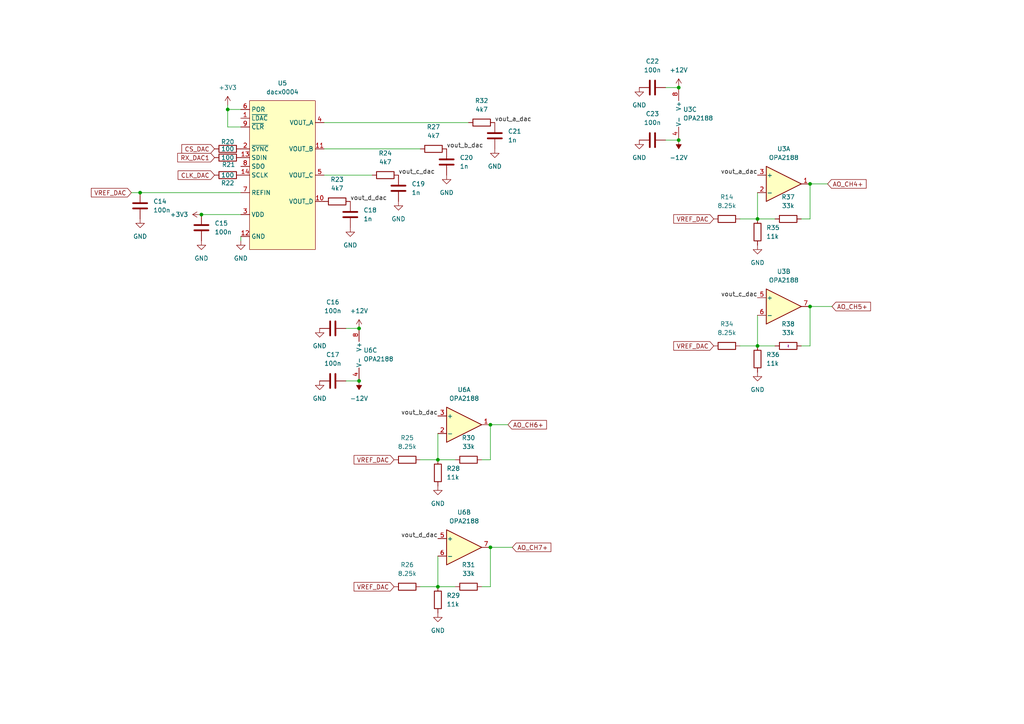
<source format=kicad_sch>
(kicad_sch (version 20231120) (generator "eeschema") (generator_version "8.0")
  (paper "A4")
  (lib_symbols
    (symbol "Amplifier_Operational:OPA2156xD" (pin_names (offset 0.127))
      (property "Reference" "U" (at 2.54 6.35 0))
      (property "Value" "OPA2156xD" (at 2.54 3.81 0))
      (symbol "OPA2156xD_1_1"
        (polyline (pts (xy 5.08 0) (xy -5.08 5.08) (xy -5.08 -5.08) (xy 5.08 0)) (stroke (width 0.254)) (fill (type background)))
        (pin output line (at 7.62 0 180) (length 2.54) (name "~") (number "1"))
        (pin input line (at -7.62 -2.54 0) (length 2.54) (name "-") (number "2"))
        (pin input line (at -7.62 2.54 0) (length 2.54) (name "+") (number "3"))
      )
      (symbol "OPA2156xD_2_1"
        (polyline (pts (xy 5.08 0) (xy -5.08 5.08) (xy -5.08 -5.08) (xy 5.08 0)) (stroke (width 0.254)) (fill (type background)))
        (pin input line (at -7.62 2.54 0) (length 2.54) (name "+") (number "5"))
        (pin input line (at -7.62 -2.54 0) (length 2.54) (name "-") (number "6"))
        (pin output line (at 7.62 0 180) (length 2.54) (name "~") (number "7"))
      )
      (symbol "OPA2156xD_3_1"
        (pin power_in line (at 0 -7.62 90) (length 3.81) (name "V-") (number "4"))
        (pin power_in line (at 0 7.62 270) (length 3.81) (name "V+") (number "8"))
      )
    )
    (symbol "Device:C" (pin_numbers hide) (pin_names (offset 0.254))
      (property "Reference" "C" (at 0.635 2.54 0))
      (property "Value" "C" (at 0.635 -2.54 0))
      (symbol "C_0_1"
        (polyline (pts (xy -2.032 -0.762) (xy 2.032 -0.762)) (stroke (width 0.508)))
        (polyline (pts (xy -2.032 0.762) (xy 2.032 0.762)) (stroke (width 0.508)))
      )
      (symbol "C_1_1"
        (pin passive line (at 0 3.81 270) (length 2.794) (name "~") (number "1"))
        (pin passive line (at 0 -3.81 90) (length 2.794) (name "~") (number "2"))
      )
    )
    (symbol "Device:R" (pin_numbers hide) (pin_names (offset 0))
      (property "Reference" "R" (at 2.032 0 90))
      (property "Value" "R" (at 0 0 90))
      (symbol "R_0_1"
        (rectangle (start -1.016 -2.54) (end 1.016 2.54) (stroke (width 0.254)))
      )
      (symbol "R_1_1"
        (pin passive line (at 0 3.81 270) (length 1.27) (name "~") (number "1"))
        (pin passive line (at 0 -3.81 90) (length 1.27) (name "~") (number "2"))
      )
    )
    (symbol "power:+12V" (power) (pin_names (offset 0))
      (property "Value" "+12V" (at 0 3.556 0))
      (symbol "+12V_0_1"
        (polyline (pts (xy -0.762 1.27) (xy 0 2.54)))
        (polyline (pts (xy 0 0) (xy 0 2.54)))
        (polyline (pts (xy 0 2.54) (xy 0.762 1.27)))
      )
      (symbol "+12V_1_1"
        (pin power_in line (at 0 0 90) (length 0) hide (name "+12V") (number "1"))
      )
    )
    (symbol "power:+3V3" (power) (pin_names (offset 0))
      (property "Value" "+3V3" (at 0 3.556 0))
      (symbol "+3V3_0_1"
        (polyline (pts (xy -0.762 1.27) (xy 0 2.54)))
        (polyline (pts (xy 0 0) (xy 0 2.54)))
        (polyline (pts (xy 0 2.54) (xy 0.762 1.27)))
      )
      (symbol "+3V3_1_1"
        (pin power_in line (at 0 0 90) (length 0) hide (name "+3V3") (number "1"))
      )
    )
    (symbol "power:-12V" (power) (pin_names (offset 0))
      (property "Value" "-12V" (at 0 3.81 0))
      (symbol "-12V_0_0"
        (pin power_in line (at 0 0 90) (length 0) hide (name "-12V") (number "1"))
      )
      (symbol "-12V_0_1"
        (polyline (pts (xy 0 0) (xy 0 1.27) (xy 0.762 1.27) (xy 0 2.54) (xy -0.762 1.27) (xy 0 1.27)) (fill (type outline)))
      )
    )
    (symbol "power:GND" (power) (pin_names (offset 0))
      (property "Value" "GND" (at 0 -3.81 0))
      (symbol "GND_0_1"
        (polyline (pts (xy 0 0) (xy 0 -1.27) (xy 1.27 -1.27) (xy 0 -2.54) (xy -1.27 -1.27) (xy 0 -1.27)))
      )
      (symbol "GND_1_1"
        (pin power_in line (at 0 0 270) (length 0) hide (name "GND") (number "1"))
      )
    )
    (symbol "user_dac:dacx0004"
      (property "Reference" "U" (at -6.35 43.18 0))
      (property "Value" "dacx0004" (at -3.81 -2.54 0))
      (symbol "dacx0004_0_0"
        (pin output line (at 13.97 12.7 180) (length 2.54) (name "VOUT_D") (number "10"))
        (pin output line (at 13.97 27.94 180) (length 2.54) (name "VOUT_B") (number "11"))
        (pin input line (at -10.16 2.54 0) (length 2.54) (name "GND") (number "12"))
        (pin input line (at -10.16 25.4 0) (length 2.54) (name "SDIN") (number "13"))
        (pin input line (at -10.16 20.32 0) (length 2.54) (name "SCLK") (number "14"))
        (pin power_in line (at -10.16 8.89 0) (length 2.54) (name "VDD") (number "3"))
        (pin output line (at 13.97 35.56 180) (length 2.54) (name "VOUT_A") (number "4"))
        (pin output line (at 13.97 20.32 180) (length 2.54) (name "VOUT_C") (number "5"))
        (pin input line (at -10.16 39.37 0) (length 2.54) (name "POR") (number "6"))
        (pin input line (at -10.16 15.24 0) (length 2.54) (name "REFIN") (number "7"))
        (pin output line (at -10.16 22.86 0) (length 2.54) (name "SDO") (number "8"))
        (pin input line (at -10.16 34.29 0) (length 2.54) (name "~{CLR}") (number "9"))
      )
      (symbol "dacx0004_0_1"
        (rectangle (start -7.62 41.91) (end 11.43 -1.27) (fill (type background)))
      )
      (symbol "dacx0004_1_1"
        (pin input line (at -10.16 36.83 0) (length 2.54) (name "~{LDAC}") (number "1"))
        (pin input line (at -10.16 27.94 0) (length 2.54) (name "~{SYNC}") (number "2"))
      )
    )
  )
  (junction (at 127 170.18))
  (junction (at 40.64 55.88))
  (junction (at 196.85 40.64))
  (junction (at 142.24 123.19))
  (junction (at 104.14 95.25))
  (junction (at 104.14 110.49))
  (junction (at 66.04 31.75))
  (junction (at 127 133.35))
  (junction (at 234.95 88.9))
  (junction (at 58.42 62.23))
  (junction (at 219.71 63.5))
  (junction (at 219.71 100.33))
  (junction (at 142.24 158.75))
  (junction (at 196.85 25.4))
  (junction (at 234.95 53.34))
  (wire (pts (xy 193.04 40.64) (xy 196.85 40.64)))
  (wire (pts (xy 69.85 31.75) (xy 66.04 31.75)))
  (wire (pts (xy 219.71 63.5) (xy 224.79 63.5)))
  (wire (pts (xy 139.7 133.35) (xy 142.24 133.35)))
  (wire (pts (xy 219.71 100.33) (xy 224.79 100.33)))
  (wire (pts (xy 100.33 95.25) (xy 104.14 95.25)))
  (wire (pts (xy 234.95 53.34) (xy 240.03 53.34)))
  (wire (pts (xy 232.41 100.33) (xy 234.95 100.33)))
  (wire (pts (xy 100.33 110.49) (xy 104.14 110.49)))
  (wire (pts (xy 234.95 88.9) (xy 241.3 88.9)))
  (wire (pts (xy 142.24 158.75) (xy 142.24 170.18)))
  (wire (pts (xy 93.98 35.56) (xy 135.89 35.56)))
  (wire (pts (xy 142.24 133.35) (xy 142.24 123.19)))
  (wire (pts (xy 219.71 55.88) (xy 219.71 63.5)))
  (wire (pts (xy 69.85 68.58) (xy 69.85 69.85)))
  (wire (pts (xy 232.41 63.5) (xy 234.95 63.5)))
  (wire (pts (xy 127 161.29) (xy 127 170.18)))
  (wire (pts (xy 127 170.18) (xy 132.08 170.18)))
  (wire (pts (xy 121.92 170.18) (xy 127 170.18)))
  (wire (pts (xy 234.95 63.5) (xy 234.95 53.34)))
  (wire (pts (xy 127 125.73) (xy 127 133.35)))
  (wire (pts (xy 214.63 63.5) (xy 219.71 63.5)))
  (wire (pts (xy 66.04 31.75) (xy 66.04 30.48)))
  (wire (pts (xy 219.71 91.44) (xy 219.71 100.33)))
  (wire (pts (xy 69.85 36.83) (xy 66.04 36.83)))
  (wire (pts (xy 58.42 62.23) (xy 69.85 62.23)))
  (wire (pts (xy 93.98 43.18) (xy 121.92 43.18)))
  (wire (pts (xy 40.64 55.88) (xy 69.85 55.88)))
  (wire (pts (xy 121.92 133.35) (xy 127 133.35)))
  (wire (pts (xy 66.04 36.83) (xy 66.04 31.75)))
  (wire (pts (xy 38.1 55.88) (xy 40.64 55.88)))
  (wire (pts (xy 142.24 158.75) (xy 148.59 158.75)))
  (wire (pts (xy 139.7 170.18) (xy 142.24 170.18)))
  (wire (pts (xy 93.98 50.8) (xy 107.95 50.8)))
  (wire (pts (xy 214.63 100.33) (xy 219.71 100.33)))
  (wire (pts (xy 127 133.35) (xy 132.08 133.35)))
  (wire (pts (xy 193.04 25.4) (xy 196.85 25.4)))
  (wire (pts (xy 234.95 88.9) (xy 234.95 100.33)))
  (wire (pts (xy 142.24 123.19) (xy 147.32 123.19)))
  (label "vout_a_dac" (at 219.71 50.8 180))
  (label "vout_b_dac" (at 127 120.65 180))
  (label "vout_d_dac" (at 127 156.21 180))
  (label "vout_d_dac" (at 101.6 58.42 0))
  (label "vout_c_dac" (at 115.57 50.8 0))
  (label "vout_b_dac" (at 129.54 43.18 0))
  (label "vout_c_dac" (at 219.71 86.36 180))
  (label "vout_a_dac" (at 143.51 35.56 0))
  (global_label "VREF_DAC" (shape input) (at 114.3 133.35 180) (property "Intersheetrefs" "${INTERSHEET_REFS}" (effects (hide yes))))
  (global_label "AO_CH6+" (shape input) (at 147.32 123.19 0) (property "Intersheetrefs" "${INTERSHEET_REFS}" (effects (hide yes))))
  (global_label "VREF_DAC" (shape input) (at 207.01 100.33 180) (property "Intersheetrefs" "${INTERSHEET_REFS}" (effects (hide yes))))
  (global_label "CLK_DAC" (shape input) (at 62.23 50.8 180) (property "Intersheetrefs" "${INTERSHEET_REFS}" (effects (hide yes))))
  (global_label "CS_DAC" (shape input) (at 62.23 43.18 180) (property "Intersheetrefs" "${INTERSHEET_REFS}" (effects (hide yes))))
  (global_label "VREF_DAC" (shape input) (at 114.3 170.18 180) (property "Intersheetrefs" "${INTERSHEET_REFS}" (effects (hide yes))))
  (global_label "AO_CH5+" (shape input) (at 241.3 88.9 0) (property "Intersheetrefs" "${INTERSHEET_REFS}" (effects (hide yes))))
  (global_label "AO_CH4+" (shape input) (at 240.03 53.34 0) (property "Intersheetrefs" "${INTERSHEET_REFS}" (effects (hide yes))))
  (global_label "AO_CH7+" (shape input) (at 148.59 158.75 0) (property "Intersheetrefs" "${INTERSHEET_REFS}" (effects (hide yes))))
  (global_label "VREF_DAC" (shape input) (at 207.01 63.5 180) (property "Intersheetrefs" "${INTERSHEET_REFS}" (effects (hide yes))))
  (global_label "RX_DAC1" (shape input) (at 62.23 45.72 180) (property "Intersheetrefs" "${INTERSHEET_REFS}" (effects (hide yes))))
  (global_label "VREF_DAC" (shape input) (at 38.1 55.88 180) (property "Intersheetrefs" "${INTERSHEET_REFS}" (effects (hide yes))))
  (symbol (lib_id "power:GND") (at 69.85 69.85 0) (unit 1)
    (property "Reference" "#PWR039" (effects (hide yes)))
    (property "Value" "GND" (at 69.85 74.93 0))
    (property "Description" "Power symbol creates a global label with name \"GND\" , ground" (effects (hide yes)))
  )
  (symbol (lib_id "Device:C") (at 129.54 46.99 180) (unit 1)
    (property "Reference" "C20" (at 133.35 45.7199 0) (effects (justify right)))
    (property "Value" "1n" (at 133.35 48.2599 0) (effects (justify right)))
    (property "Footprint" "Capacitor_SMD:C_0402_1005Metric" (effects (hide yes)))
    (property "Description" "Unpolarized capacitor" (effects (hide yes)))
  )
  (symbol (lib_id "power:-12V") (at 196.85 40.64 180) (unit 1)
    (property "Reference" "#PWR027" (effects (hide yes)))
    (property "Value" "-12V" (at 196.85 45.72 0))
    (property "Description" "Power symbol creates a global label with name \"-12V\"" (effects (hide yes)))
    (instances (project "" (path "" (reference "#PWR027") (unit 1)) (path "" (reference "#PWR053") (unit 1))))
  )
  (symbol (lib_id "Device:R") (at 139.7 35.56 90) (unit 1)
    (property "Reference" "R32" (at 139.7 29.21 90))
    (property "Value" "4k7" (at 139.7 31.75 90))
    (property "Footprint" "Resistor_SMD:R_0402_1005Metric" (effects (hide yes)))
    (property "Description" "Resistor" (effects (hide yes)))
  )
  (symbol (lib_id "user_dac:dacx0004") (at 80.01 71.12 0) (unit 1)
    (property "Reference" "U5" (at 81.915 24.13 0))
    (property "Value" "dacx0004" (at 81.915 26.67 0))
    (property "Footprint" "Package_SO:TSSOP-14_4.4x5mm_P0.65mm" (effects (hide yes)))
    (property "Datasheet" "https://www.ti.com/lit/ds/symlink/dac80004.pdf?ts=1661248075805&ref_url=https%253A%252F%252Fwww.google.com%252F" (effects (hide yes)))
    (property "Description" "Voltage output DAC 12/14/16 bit" (effects (hide yes)))
    (property "JLCPCB Part #" "C2679895" (effects (hide yes)))
  )
  (symbol (lib_id "power:GND") (at 58.42 69.85 0) (unit 1)
    (property "Reference" "#PWR037" (effects (hide yes)))
    (property "Value" "GND" (at 58.42 74.93 0))
    (property "Description" "Power symbol creates a global label with name \"GND\" , ground" (effects (hide yes)))
  )
  (symbol (lib_id "power:GND") (at 127 140.97 0) (unit 1)
    (property "Reference" "#PWR046" (effects (hide yes)))
    (property "Value" "GND" (at 127 146.05 0))
    (property "Description" "Power symbol creates a global label with name \"GND\" , ground" (effects (hide yes)))
  )
  (symbol (lib_id "power:GND") (at 219.71 107.95 0) (unit 1)
    (property "Reference" "#PWR055" (effects (hide yes)))
    (property "Value" "GND" (at 219.71 113.03 0))
    (property "Description" "Power symbol creates a global label with name \"GND\" , ground" (effects (hide yes)))
  )
  (symbol (lib_id "power:GND") (at 101.6 66.04 0) (unit 1)
    (property "Reference" "#PWR042" (effects (hide yes)))
    (property "Value" "GND" (at 101.6 71.12 0))
    (property "Description" "Power symbol creates a global label with name \"GND\" , ground" (effects (hide yes)))
  )
  (symbol (lib_id "Device:R") (at 210.82 100.33 90) (unit 1)
    (property "Reference" "R34" (at 210.82 93.98 90))
    (property "Value" "8.25k" (at 210.82 96.52 90))
    (property "Footprint" "Resistor_SMD:R_0402_1005Metric" (effects (hide yes)))
    (property "Description" "Resistor" (effects (hide yes)))
  )
  (symbol (lib_id "Device:R") (at 228.6 63.5 270) (unit 1)
    (property "Reference" "R37" (at 228.6 57.15 90))
    (property "Value" "33k" (at 228.6 59.69 90))
    (property "Footprint" "Resistor_SMD:R_0402_1005Metric" (effects (hide yes)))
    (property "Description" "Resistor" (effects (hide yes)))
  )
  (symbol (lib_id "Device:R") (at 118.11 133.35 90) (unit 1)
    (property "Reference" "R25" (at 118.11 127 90))
    (property "Value" "8.25k" (at 118.11 129.54 90))
    (property "Footprint" "Resistor_SMD:R_0402_1005Metric" (effects (hide yes)))
    (property "Description" "Resistor" (effects (hide yes)))
  )
  (symbol (lib_id "Amplifier_Operational:OPA2156xD") (at 196.85 33.02 0) (unit 3)
    (property "Reference" "U3" (at 198.12 31.7499 0) (effects (justify left)))
    (property "Value" "OPA2188" (at 198.12 34.2899 0) (effects (justify left)))
    (property "Footprint" "Package_SO:SOIC-8_3.9x4.9mm_P1.27mm" (effects (hide yes)))
    (property "Datasheet" "https://www.ti.com/lit/ds/symlink/opa2156.pdf" (effects (hide yes)))
    (property "Description" "Dual 36V, Ultra Low Noise, Rail-to-Rail Input/Output, Low Offset Voltage, Operational Amplifier, SOIC-8" (effects (hide yes)))
    (property "JLCPCB Part #" "C17271" (effects (hide yes)))
    (instances (project "" (path "" (reference "U3") (unit 3)) (path "" (reference "U7") (unit 3))))
  )
  (symbol (lib_id "Device:R") (at 219.71 104.14 180) (unit 1)
    (property "Reference" "R36" (at 222.25 102.8699 0) (effects (justify right)))
    (property "Value" "11k" (at 222.25 105.4099 0) (effects (justify right)))
    (property "Footprint" "Resistor_SMD:R_0402_1005Metric" (effects (hide yes)))
    (property "Description" "Resistor" (effects (hide yes)))
  )
  (symbol (lib_id "Device:R") (at 228.6 100.33 270) (unit 1)
    (property "Reference" "R38" (at 228.6 93.98 90))
    (property "Value" "33k" (at 228.6 96.52 90))
    (property "Footprint" "Resistor_SMD:R_0402_1005Metric" (effects (hide yes)))
    (property "Datasheet" "~" (at 228.6 100.33 0))
    (property "Description" "Resistor" (effects (hide yes)))
  )
  (symbol (lib_id "power:-12V") (at 104.14 110.49 180) (unit 1)
    (property "Reference" "#PWR044" (effects (hide yes)))
    (property "Value" "-12V" (at 104.14 115.57 0))
    (property "Description" "Power symbol creates a global label with name \"-12V\"" (effects (hide yes)))
  )
  (symbol (lib_id "Device:R") (at 135.89 170.18 270) (unit 1)
    (property "Reference" "R31" (at 135.89 163.83 90))
    (property "Value" "33k" (at 135.89 166.37 90))
    (property "Footprint" "Resistor_SMD:R_0402_1005Metric" (effects (hide yes)))
    (property "Description" "Resistor" (effects (hide yes)))
  )
  (symbol (lib_id "power:GND") (at 143.51 43.18 0) (unit 1)
    (property "Reference" "#PWR049" (effects (hide yes)))
    (property "Value" "GND" (at 143.51 48.26 0))
    (property "Description" "Power symbol creates a global label with name \"GND\" , ground" (effects (hide yes)))
  )
  (symbol (lib_id "Device:R") (at 219.71 67.31 180) (unit 1)
    (property "Reference" "R35" (at 222.25 66.0399 0) (effects (justify right)))
    (property "Value" "11k" (at 222.25 68.5799 0) (effects (justify right)))
    (property "Footprint" "Resistor_SMD:R_0402_1005Metric" (effects (hide yes)))
    (property "Description" "Resistor" (effects (hide yes)))
  )
  (symbol (lib_id "Amplifier_Operational:OPA2156xD") (at 227.33 53.34 0) (unit 1)
    (property "Reference" "U3" (at 227.33 43.18 0))
    (property "Value" "OPA2188" (at 227.33 45.72 0))
    (property "Footprint" "Package_SO:SOIC-8_3.9x4.9mm_P1.27mm" (effects (hide yes)))
    (property "Datasheet" "https://www.ti.com/lit/ds/symlink/opa2156.pdf" (effects (hide yes)))
    (property "Description" "Dual 36V, Ultra Low Noise, Rail-to-Rail Input/Output, Low Offset Voltage, Operational Amplifier, SOIC-8" (effects (hide yes)))
    (property "JLCPCB Part #" "C17271" (effects (hide yes)))
    (instances (project "" (path "" (reference "U3") (unit 1)) (path "" (reference "U7") (unit 1))))
  )
  (symbol (lib_id "power:GND") (at 219.71 71.12 0) (unit 1)
    (property "Reference" "#PWR054" (effects (hide yes)))
    (property "Value" "GND" (at 219.71 76.2 0))
    (property "Description" "Power symbol creates a global label with name \"GND\" , ground" (effects (hide yes)))
  )
  (symbol (lib_id "Device:C") (at 101.6 62.23 180) (unit 1)
    (property "Reference" "C18" (at 105.41 60.9599 0) (effects (justify right)))
    (property "Value" "1n" (at 105.41 63.4999 0) (effects (justify right)))
    (property "Footprint" "Capacitor_SMD:C_0402_1005Metric" (effects (hide yes)))
    (property "Description" "Unpolarized capacitor" (effects (hide yes)))
  )
  (symbol (lib_id "Amplifier_Operational:OPA2156xD") (at 227.33 88.9 0) (unit 2)
    (property "Reference" "U3" (at 227.33 78.74 0))
    (property "Value" "OPA2188" (at 227.33 81.28 0))
    (property "Footprint" "Package_SO:SOIC-8_3.9x4.9mm_P1.27mm" (effects (hide yes)))
    (property "Datasheet" "https://www.ti.com/lit/ds/symlink/opa2156.pdf" (effects (hide yes)))
    (property "Description" "Dual 36V, Ultra Low Noise, Rail-to-Rail Input/Output, Low Offset Voltage, Operational Amplifier, SOIC-8" (effects (hide yes)))
    (property "JLCPCB Part #" "C17271" (effects (hide yes)))
    (instances (project "" (path "" (reference "U3") (unit 2)) (path "" (reference "U7") (unit 2))))
  )
  (symbol (lib_id "power:GND") (at 92.71 110.49 0) (unit 1)
    (property "Reference" "#PWR041" (effects (hide yes)))
    (property "Value" "GND" (at 92.71 115.57 0))
    (property "Description" "Power symbol creates a global label with name \"GND\" , ground" (effects (hide yes)))
  )
  (symbol (lib_id "power:GND") (at 127 177.8 0) (unit 1)
    (property "Reference" "#PWR047" (effects (hide yes)))
    (property "Value" "GND" (at 127 182.88 0))
    (property "Description" "Power symbol creates a global label with name \"GND\" , ground" (effects (hide yes)))
  )
  (symbol (lib_id "Device:R") (at 111.76 50.8 90) (unit 1)
    (property "Reference" "R24" (at 111.76 44.45 90))
    (property "Value" "4k7" (at 111.76 46.99 90))
    (property "Footprint" "Resistor_SMD:R_0402_1005Metric" (effects (hide yes)))
    (property "Description" "Resistor" (effects (hide yes)))
  )
  (symbol (lib_id "Amplifier_Operational:OPA2156xD") (at 134.62 123.19 0) (unit 1)
    (property "Reference" "U6" (at 134.62 113.03 0))
    (property "Value" "OPA2188" (at 134.62 115.57 0))
    (property "Footprint" "Package_SO:SOIC-8_3.9x4.9mm_P1.27mm" (effects (hide yes)))
    (property "Datasheet" "https://www.ti.com/lit/ds/symlink/opa2156.pdf" (effects (hide yes)))
    (property "Description" "Dual 36V, Ultra Low Noise, Rail-to-Rail Input/Output, Low Offset Voltage, Operational Amplifier, SOIC-8" (effects (hide yes)))
    (property "JLCPCB Part #" "C17271" (effects (hide yes)))
  )
  (symbol (lib_id "power:GND") (at 185.42 25.4 0) (unit 1)
    (property "Reference" "#PWR050" (effects (hide yes)))
    (property "Value" "GND" (at 185.42 30.48 0))
    (property "Description" "Power symbol creates a global label with name \"GND\" , ground" (effects (hide yes)))
  )
  (symbol (lib_id "power:+3V3") (at 58.42 62.23 90) (unit 1)
    (property "Reference" "#PWR010" (effects (hide yes)))
    (property "Value" "+3V3" (at 54.61 62.2299 90) (effects (justify left)))
    (property "Description" "Power symbol creates a global label with name \"+3V3\"" (effects (hide yes)))
    (instances (project "" (path "" (reference "#PWR010") (unit 1)) (path "" (reference "#PWR036") (unit 1))))
  )
  (symbol (lib_id "Device:R") (at 127 137.16 180) (unit 1)
    (property "Reference" "R28" (at 129.54 135.8899 0) (effects (justify right)))
    (property "Value" "11k" (at 129.54 138.4299 0) (effects (justify right)))
    (property "Footprint" "Capacitor_SMD:C_0402_1005Metric" (effects (hide yes)))
    (property "Description" "Resistor" (effects (hide yes)))
  )
  (symbol (lib_id "Device:C") (at 40.64 59.69 0) (unit 1)
    (property "Reference" "C14" (at 44.45 58.4199 0) (effects (justify left)))
    (property "Value" "100n" (at 44.45 60.9599 0) (effects (justify left)))
    (property "Footprint" "Capacitor_SMD:C_0402_1005Metric" (effects (hide yes)))
    (property "Description" "Unpolarized capacitor" (effects (hide yes)))
  )
  (symbol (lib_id "Device:C") (at 189.23 25.4 90) (unit 1)
    (property "Reference" "C22" (at 189.23 17.78 90))
    (property "Value" "100n" (at 189.23 20.32 90))
    (property "Footprint" "Capacitor_SMD:C_0805_2012Metric" (effects (hide yes)))
    (property "Description" "Unpolarized capacitor" (effects (hide yes)))
  )
  (symbol (lib_id "Device:R") (at 127 173.99 180) (unit 1)
    (property "Reference" "R29" (at 129.54 172.7199 0) (effects (justify right)))
    (property "Value" "11k" (at 129.54 175.2599 0) (effects (justify right)))
    (property "Footprint" "Resistor_SMD:R_0402_1005Metric" (effects (hide yes)))
    (property "Description" "Resistor" (effects (hide yes)))
  )
  (symbol (lib_id "Device:C") (at 96.52 110.49 90) (unit 1)
    (property "Reference" "C17" (at 96.52 102.87 90))
    (property "Value" "100n" (at 96.52 105.41 90))
    (property "Footprint" "Capacitor_SMD:C_0805_2012Metric" (effects (hide yes)))
    (property "Description" "Unpolarized capacitor" (effects (hide yes)))
  )
  (symbol (lib_id "Device:C") (at 96.52 95.25 90) (unit 1)
    (property "Reference" "C16" (at 96.52 87.63 90))
    (property "Value" "100n" (at 96.52 90.17 90))
    (property "Footprint" "Capacitor_SMD:C_0805_2012Metric" (effects (hide yes)))
    (property "Description" "Unpolarized capacitor" (effects (hide yes)))
  )
  (symbol (lib_id "power:GND") (at 129.54 50.8 0) (unit 1)
    (property "Reference" "#PWR048" (effects (hide yes)))
    (property "Value" "GND" (at 129.54 55.88 0))
    (property "Description" "Power symbol creates a global label with name \"GND\" , ground" (effects (hide yes)))
  )
  (symbol (lib_id "Device:C") (at 58.42 66.04 0) (unit 1)
    (property "Reference" "C15" (at 62.23 64.7699 0) (effects (justify left)))
    (property "Value" "100n" (at 62.23 67.3099 0) (effects (justify left)))
    (property "Footprint" "Capacitor_SMD:C_0402_1005Metric" (effects (hide yes)))
    (property "Description" "Unpolarized capacitor" (effects (hide yes)))
  )
  (symbol (lib_id "Device:R") (at 118.11 170.18 90) (unit 1)
    (property "Reference" "R26" (at 118.11 163.83 90))
    (property "Value" "8.25k" (at 118.11 166.37 90))
    (property "Footprint" "Resistor_SMD:R_0402_1005Metric" (effects (hide yes)))
    (property "Description" "Resistor" (effects (hide yes)))
  )
  (symbol (lib_id "Device:R") (at 66.04 43.18 90) (unit 1)
    (property "Reference" "R20" (at 66.04 41.148 90))
    (property "Value" "100" (at 66.04 43.18 90))
    (property "Footprint" "Resistor_SMD:R_0402_1005Metric" (effects (hide yes)))
    (property "Description" "Resistor" (effects (hide yes)))
  )
  (symbol (lib_id "power:+12V") (at 104.14 95.25 0) (unit 1)
    (property "Reference" "#PWR043" (effects (hide yes)))
    (property "Value" "+12V" (at 104.14 90.17 0))
    (property "Description" "Power symbol creates a global label with name \"+12V\"" (effects (hide yes)))
  )
  (symbol (lib_id "power:GND") (at 92.71 95.25 0) (unit 1)
    (property "Reference" "#PWR040" (effects (hide yes)))
    (property "Value" "GND" (at 92.71 100.33 0))
    (property "Description" "Power symbol creates a global label with name \"GND\" , ground" (effects (hide yes)))
  )
  (symbol (lib_id "power:GND") (at 115.57 58.42 0) (unit 1)
    (property "Reference" "#PWR045" (effects (hide yes)))
    (property "Value" "GND" (at 115.57 63.5 0))
    (property "Description" "Power symbol creates a global label with name \"GND\" , ground" (effects (hide yes)))
  )
  (symbol (lib_id "power:+3V3") (at 66.04 30.48 0) (unit 1)
    (property "Reference" "#PWR038" (effects (hide yes)))
    (property "Value" "+3V3" (at 66.04 25.4 0))
    (property "Description" "Power symbol creates a global label with name \"+3V3\"" (effects (hide yes)))
  )
  (symbol (lib_id "Amplifier_Operational:OPA2156xD") (at 134.62 158.75 0) (unit 2)
    (property "Reference" "U6" (at 134.62 148.59 0))
    (property "Value" "OPA2188" (at 134.62 151.13 0))
    (property "Footprint" "Package_SO:SOIC-8_3.9x4.9mm_P1.27mm" (effects (hide yes)))
    (property "Datasheet" "https://www.ti.com/lit/ds/symlink/opa2156.pdf" (effects (hide yes)))
    (property "Description" "Dual 36V, Ultra Low Noise, Rail-to-Rail Input/Output, Low Offset Voltage, Operational Amplifier, SOIC-8" (effects (hide yes)))
    (property "JLCPCB Part #" "C17271" (effects (hide yes)))
  )
  (symbol (lib_id "Device:R") (at 97.79 58.42 90) (unit 1)
    (property "Reference" "R23" (at 97.79 52.07 90))
    (property "Value" "4k7" (at 97.79 54.61 90))
    (property "Footprint" "Resistor_SMD:R_0402_1005Metric" (effects (hide yes)))
    (property "Description" "Resistor" (effects (hide yes)))
  )
  (symbol (lib_id "Device:R") (at 125.73 43.18 90) (unit 1)
    (property "Reference" "R27" (at 125.73 36.83 90))
    (property "Value" "4k7" (at 125.73 39.37 90))
    (property "Footprint" "Resistor_SMD:R_0402_1005Metric" (effects (hide yes)))
    (property "Description" "Resistor" (effects (hide yes)))
  )
  (symbol (lib_id "Device:C") (at 115.57 54.61 180) (unit 1)
    (property "Reference" "C19" (at 119.38 53.3399 0) (effects (justify right)))
    (property "Value" "1n" (at 119.38 55.8799 0) (effects (justify right)))
    (property "Footprint" "Capacitor_SMD:C_0402_1005Metric" (effects (hide yes)))
    (property "Description" "Unpolarized capacitor" (effects (hide yes)))
  )
  (symbol (lib_id "Device:C") (at 143.51 39.37 180) (unit 1)
    (property "Reference" "C21" (at 147.32 38.0999 0) (effects (justify right)))
    (property "Value" "1n" (at 147.32 40.6399 0) (effects (justify right)))
    (property "Footprint" "Capacitor_SMD:C_0402_1005Metric" (effects (hide yes)))
    (property "Description" "Unpolarized capacitor" (effects (hide yes)))
  )
  (symbol (lib_id "Device:R") (at 210.82 63.5 90) (unit 1)
    (property "Reference" "R14" (at 210.82 57.15 90))
    (property "Value" "8.25k" (at 210.82 59.69 90))
    (property "Footprint" "Resistor_SMD:R_0402_1005Metric" (effects (hide yes)))
    (property "Description" "Resistor" (effects (hide yes)))
    (instances (project "" (path "" (reference "R14") (unit 1)) (path "" (reference "R33") (unit 1))))
  )
  (symbol (lib_id "Device:R") (at 135.89 133.35 270) (unit 1)
    (property "Reference" "R30" (at 135.89 127 90))
    (property "Value" "33k" (at 135.89 129.54 90))
    (property "Footprint" "Resistor_SMD:R_0402_1005Metric" (effects (hide yes)))
    (property "Description" "Resistor" (effects (hide yes)))
  )
  (symbol (lib_id "Device:C") (at 189.23 40.64 90) (unit 1)
    (property "Reference" "C23" (at 189.23 33.02 90))
    (property "Value" "100n" (at 189.23 35.56 90))
    (property "Footprint" "Capacitor_SMD:C_0805_2012Metric" (effects (hide yes)))
    (property "Description" "Unpolarized capacitor" (effects (hide yes)))
  )
  (symbol (lib_id "power:GND") (at 185.42 40.64 0) (unit 1)
    (property "Reference" "#PWR051" (effects (hide yes)))
    (property "Value" "GND" (at 185.42 45.72 0))
    (property "Description" "Power symbol creates a global label with name \"GND\" , ground" (effects (hide yes)))
  )
  (symbol (lib_id "Device:R") (at 66.04 45.72 90) (unit 1)
    (property "Reference" "R21" (at 66.294 47.752 90))
    (property "Value" "100" (at 66.04 45.72 90))
    (property "Footprint" "Resistor_SMD:R_0402_1005Metric" (effects (hide yes)))
    (property "Description" "Resistor" (effects (hide yes)))
  )
  (symbol (lib_id "power:+12V") (at 196.85 25.4 0) (unit 1)
    (property "Reference" "#PWR026" (effects (hide yes)))
    (property "Value" "+12V" (at 196.85 20.32 0))
    (property "Description" "Power symbol creates a global label with name \"+12V\"" (effects (hide yes)))
    (instances (project "" (path "" (reference "#PWR026") (unit 1)) (path "" (reference "#PWR052") (unit 1))))
  )
  (symbol (lib_id "Amplifier_Operational:OPA2156xD") (at 104.14 102.87 0) (unit 3)
    (property "Reference" "U6" (at 105.41 101.5999 0) (effects (justify left)))
    (property "Value" "OPA2188" (at 105.41 104.1399 0) (effects (justify left)))
    (property "Footprint" "Package_SO:SOIC-8_3.9x4.9mm_P1.27mm" (effects (hide yes)))
    (property "Datasheet" "https://www.ti.com/lit/ds/symlink/opa2156.pdf" (effects (hide yes)))
    (property "Description" "Dual 36V, Ultra Low Noise, Rail-to-Rail Input/Output, Low Offset Voltage, Operational Amplifier, SOIC-8" (effects (hide yes)))
    (property "JLCPCB Part #" "C17271" (effects (hide yes)))
  )
  (symbol (lib_id "Device:R") (at 66.04 50.8 90) (unit 1)
    (property "Reference" "R22" (at 66.04 53.086 90))
    (property "Value" "100" (at 66.04 50.8 90))
    (property "Footprint" "Resistor_SMD:R_0402_1005Metric" (effects (hide yes)))
    (property "Description" "Resistor" (effects (hide yes)))
  )
  (symbol (lib_id "power:GND") (at 40.64 63.5 0) (unit 1)
    (property "Reference" "#PWR09" (effects (hide yes)))
    (property "Value" "GND" (at 40.64 68.58 0))
    (property "Description" "Power symbol creates a global label with name \"GND\" , ground" (effects (hide yes)))
    (instances (project "" (path "" (reference "#PWR09") (unit 1)) (path "" (reference "#PWR035") (unit 1))))
  )
)
</source>
